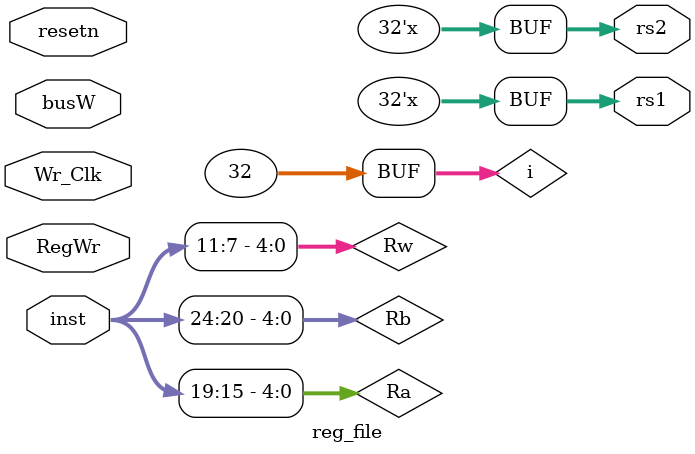
<source format=v>
`timescale 1ns / 1ps
module reg_file(
    input [31:0] inst,
    input [31:0] busW,
    input RegWr,
    input Wr_Clk,
    input resetn,
    output reg [31:0] rs1,
    output reg [31:0] rs2
    );
    integer i;
    reg [4:0] Ra;
    reg [4:0] Rb;
    reg [4:0] Rw;
    reg [31:0] register [31:0];
    initial begin
                for(i=0;i<32;i=i+1)begin
                 register[i] <= 0;
        end
    end
    always@(*) begin
        if(!resetn)begin
            rs1 <= 32'h00000000;
            rs2 <= 32'h00000000;
        end
        rs1 <= register[Ra];
        rs2 <= register[Rb]; 
        Ra = inst[19:15]; 
        Rb = inst[24:20]; 
        Rw = inst[11:7];  
    end
    always @(negedge Wr_Clk or negedge resetn) begin
        if(!resetn)begin
        end
        else if (RegWr && (Rw != 0))
            register[Rw] <= busW;
        end
endmodule

</source>
